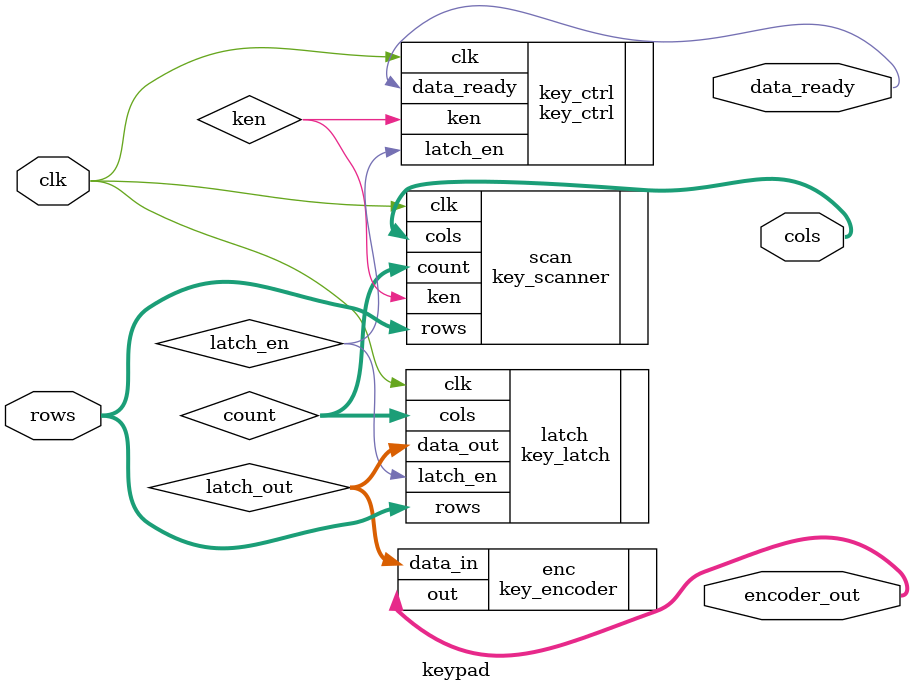
<source format=v>
`timescale 1ns / 1ps
module keypad(
    input wire clk,
    input wire [3:0] rows,
    output wire data_ready,
    output wire [3:0] cols,
    output wire [6:0] encoder_out
);

    wire [1:0] count;
    wire ken, latch_en;
    wire [5:0] latch_out;
    
    // Keypad State Machine
    key_ctrl key_ctrl (
        .clk(clk),
        .ken(ken),
        .data_ready(data_ready),
        .latch_en(latch_en)
    );
    
    // Scanner
    key_scanner scan (
        .clk(clk),
        .rows(rows),
        .ken(ken),
        .count(count),
        .cols(cols)
    );

    // Data Latch
    key_latch latch(
        .clk(clk),
        .rows(rows),
        .cols(count),
        .latch_en(latch_en),
        .data_out(latch_out)
    );

    // Encoder
    key_encoder enc (
        .data_in(latch_out),
        .out(encoder_out)
    );

endmodule

</source>
